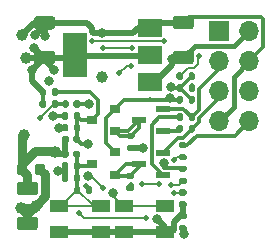
<source format=gbr>
%TF.GenerationSoftware,KiCad,Pcbnew,5.1.9*%
%TF.CreationDate,2021-01-20T22:59:12+01:00*%
%TF.ProjectId,wi-se-rpi,77692d73-652d-4727-9069-2e6b69636164,v0.1*%
%TF.SameCoordinates,Original*%
%TF.FileFunction,Copper,L4,Bot*%
%TF.FilePolarity,Positive*%
%FSLAX46Y46*%
G04 Gerber Fmt 4.6, Leading zero omitted, Abs format (unit mm)*
G04 Created by KiCad (PCBNEW 5.1.9) date 2021-01-20 22:59:12*
%MOMM*%
%LPD*%
G01*
G04 APERTURE LIST*
%TA.AperFunction,SMDPad,CuDef*%
%ADD10R,1.500000X1.000000*%
%TD*%
%TA.AperFunction,ComponentPad*%
%ADD11R,1.700000X1.700000*%
%TD*%
%TA.AperFunction,ComponentPad*%
%ADD12O,1.700000X1.700000*%
%TD*%
%TA.AperFunction,SMDPad,CuDef*%
%ADD13R,1.207999X0.568000*%
%TD*%
%TA.AperFunction,SMDPad,CuDef*%
%ADD14R,0.900000X0.800000*%
%TD*%
%TA.AperFunction,SMDPad,CuDef*%
%ADD15R,2.000000X3.800000*%
%TD*%
%TA.AperFunction,SMDPad,CuDef*%
%ADD16R,2.000000X1.500000*%
%TD*%
%TA.AperFunction,ViaPad*%
%ADD17C,0.800000*%
%TD*%
%TA.AperFunction,ViaPad*%
%ADD18C,1.000000*%
%TD*%
%TA.AperFunction,ViaPad*%
%ADD19C,0.500000*%
%TD*%
%TA.AperFunction,Conductor*%
%ADD20C,0.300000*%
%TD*%
%TA.AperFunction,Conductor*%
%ADD21C,0.500000*%
%TD*%
%TA.AperFunction,Conductor*%
%ADD22C,0.400000*%
%TD*%
%TA.AperFunction,Conductor*%
%ADD23C,0.200000*%
%TD*%
%TA.AperFunction,Conductor*%
%ADD24C,0.750000*%
%TD*%
G04 APERTURE END LIST*
D10*
%TO.P,SW2,1*%
%TO.N,BOOT0*%
X82725000Y-13050000D03*
%TO.P,SW2,2*%
%TO.N,GND*%
X82725000Y-15250000D03*
X86225000Y-15250000D03*
%TO.P,SW2,1*%
%TO.N,BOOT0*%
X86225000Y-13050000D03*
%TD*%
D11*
%TO.P,J1,1*%
%TO.N,Net-(J1-Pad1)*%
X90750000Y1750000D03*
D12*
%TO.P,J1,2*%
%TO.N,VCC*%
X93290000Y1750000D03*
%TO.P,J1,3*%
%TO.N,DTR*%
X90750000Y-790000D03*
%TO.P,J1,4*%
%TO.N,GND*%
X93290000Y-790000D03*
%TO.P,J1,5*%
%TO.N,RTS*%
X90750000Y-3330000D03*
%TO.P,J1,6*%
%TO.N,RXD*%
X93290000Y-3330000D03*
%TO.P,J1,7*%
%TO.N,GND*%
X90750000Y-5870000D03*
%TO.P,J1,8*%
%TO.N,TXD*%
X93290000Y-5870000D03*
%TD*%
%TO.P,C1,1*%
%TO.N,VCC*%
%TA.AperFunction,SMDPad,CuDef*%
G36*
G01*
X88400001Y-1025000D02*
X87099999Y-1025000D01*
G75*
G02*
X86850000Y-775001I0J249999D01*
G01*
X86850000Y-124999D01*
G75*
G02*
X87099999Y125000I249999J0D01*
G01*
X88400001Y125000D01*
G75*
G02*
X88650000Y-124999I0J-249999D01*
G01*
X88650000Y-775001D01*
G75*
G02*
X88400001Y-1025000I-249999J0D01*
G01*
G37*
%TD.AperFunction*%
%TO.P,C1,2*%
%TO.N,GND*%
%TA.AperFunction,SMDPad,CuDef*%
G36*
G01*
X88400001Y1925000D02*
X87099999Y1925000D01*
G75*
G02*
X86850000Y2174999I0J249999D01*
G01*
X86850000Y2825001D01*
G75*
G02*
X87099999Y3075000I249999J0D01*
G01*
X88400001Y3075000D01*
G75*
G02*
X88650000Y2825001I0J-249999D01*
G01*
X88650000Y2174999D01*
G75*
G02*
X88400001Y1925000I-249999J0D01*
G01*
G37*
%TD.AperFunction*%
%TD*%
%TO.P,C2,2*%
%TO.N,GND*%
%TA.AperFunction,SMDPad,CuDef*%
G36*
G01*
X76650001Y1900000D02*
X75349999Y1900000D01*
G75*
G02*
X75100000Y2149999I0J249999D01*
G01*
X75100000Y2800001D01*
G75*
G02*
X75349999Y3050000I249999J0D01*
G01*
X76650001Y3050000D01*
G75*
G02*
X76900000Y2800001I0J-249999D01*
G01*
X76900000Y2149999D01*
G75*
G02*
X76650001Y1900000I-249999J0D01*
G01*
G37*
%TD.AperFunction*%
%TO.P,C2,1*%
%TO.N,+3V3*%
%TA.AperFunction,SMDPad,CuDef*%
G36*
G01*
X76650001Y-1050000D02*
X75349999Y-1050000D01*
G75*
G02*
X75100000Y-800001I0J249999D01*
G01*
X75100000Y-149999D01*
G75*
G02*
X75349999Y100000I249999J0D01*
G01*
X76650001Y100000D01*
G75*
G02*
X76900000Y-149999I0J-249999D01*
G01*
X76900000Y-800001D01*
G75*
G02*
X76650001Y-1050000I-249999J0D01*
G01*
G37*
%TD.AperFunction*%
%TD*%
%TO.P,C5,1*%
%TO.N,+3V3*%
%TA.AperFunction,SMDPad,CuDef*%
G36*
G01*
X75200001Y-15075000D02*
X73899999Y-15075000D01*
G75*
G02*
X73650000Y-14825001I0J249999D01*
G01*
X73650000Y-14174999D01*
G75*
G02*
X73899999Y-13925000I249999J0D01*
G01*
X75200001Y-13925000D01*
G75*
G02*
X75450000Y-14174999I0J-249999D01*
G01*
X75450000Y-14825001D01*
G75*
G02*
X75200001Y-15075000I-249999J0D01*
G01*
G37*
%TD.AperFunction*%
%TO.P,C5,2*%
%TO.N,GND*%
%TA.AperFunction,SMDPad,CuDef*%
G36*
G01*
X75200001Y-12125000D02*
X73899999Y-12125000D01*
G75*
G02*
X73650000Y-11875001I0J249999D01*
G01*
X73650000Y-11224999D01*
G75*
G02*
X73899999Y-10975000I249999J0D01*
G01*
X75200001Y-10975000D01*
G75*
G02*
X75450000Y-11224999I0J-249999D01*
G01*
X75450000Y-11875001D01*
G75*
G02*
X75200001Y-12125000I-249999J0D01*
G01*
G37*
%TD.AperFunction*%
%TD*%
%TO.P,C6,1*%
%TO.N,+3V3*%
%TA.AperFunction,SMDPad,CuDef*%
G36*
G01*
X76075000Y-9700000D02*
X76075000Y-10200000D01*
G75*
G02*
X75850000Y-10425000I-225000J0D01*
G01*
X75400000Y-10425000D01*
G75*
G02*
X75175000Y-10200000I0J225000D01*
G01*
X75175000Y-9700000D01*
G75*
G02*
X75400000Y-9475000I225000J0D01*
G01*
X75850000Y-9475000D01*
G75*
G02*
X76075000Y-9700000I0J-225000D01*
G01*
G37*
%TD.AperFunction*%
%TO.P,C6,2*%
%TO.N,GND*%
%TA.AperFunction,SMDPad,CuDef*%
G36*
G01*
X74525000Y-9700000D02*
X74525000Y-10200000D01*
G75*
G02*
X74300000Y-10425000I-225000J0D01*
G01*
X73850000Y-10425000D01*
G75*
G02*
X73625000Y-10200000I0J225000D01*
G01*
X73625000Y-9700000D01*
G75*
G02*
X73850000Y-9475000I225000J0D01*
G01*
X74300000Y-9475000D01*
G75*
G02*
X74525000Y-9700000I0J-225000D01*
G01*
G37*
%TD.AperFunction*%
%TD*%
%TO.P,C7,1*%
%TO.N,BOOT0*%
%TA.AperFunction,SMDPad,CuDef*%
G36*
G01*
X79010000Y-7230000D02*
X79010000Y-7570000D01*
G75*
G02*
X78870000Y-7710000I-140000J0D01*
G01*
X78590000Y-7710000D01*
G75*
G02*
X78450000Y-7570000I0J140000D01*
G01*
X78450000Y-7230000D01*
G75*
G02*
X78590000Y-7090000I140000J0D01*
G01*
X78870000Y-7090000D01*
G75*
G02*
X79010000Y-7230000I0J-140000D01*
G01*
G37*
%TD.AperFunction*%
%TO.P,C7,2*%
%TO.N,GND*%
%TA.AperFunction,SMDPad,CuDef*%
G36*
G01*
X78050000Y-7230000D02*
X78050000Y-7570000D01*
G75*
G02*
X77910000Y-7710000I-140000J0D01*
G01*
X77630000Y-7710000D01*
G75*
G02*
X77490000Y-7570000I0J140000D01*
G01*
X77490000Y-7230000D01*
G75*
G02*
X77630000Y-7090000I140000J0D01*
G01*
X77910000Y-7090000D01*
G75*
G02*
X78050000Y-7230000I0J-140000D01*
G01*
G37*
%TD.AperFunction*%
%TD*%
%TO.P,C8,2*%
%TO.N,GND*%
%TA.AperFunction,SMDPad,CuDef*%
G36*
G01*
X78050000Y-8480000D02*
X78050000Y-8820000D01*
G75*
G02*
X77910000Y-8960000I-140000J0D01*
G01*
X77630000Y-8960000D01*
G75*
G02*
X77490000Y-8820000I0J140000D01*
G01*
X77490000Y-8480000D01*
G75*
G02*
X77630000Y-8340000I140000J0D01*
G01*
X77910000Y-8340000D01*
G75*
G02*
X78050000Y-8480000I0J-140000D01*
G01*
G37*
%TD.AperFunction*%
%TO.P,C8,1*%
%TO.N,EN*%
%TA.AperFunction,SMDPad,CuDef*%
G36*
G01*
X79010000Y-8480000D02*
X79010000Y-8820000D01*
G75*
G02*
X78870000Y-8960000I-140000J0D01*
G01*
X78590000Y-8960000D01*
G75*
G02*
X78450000Y-8820000I0J140000D01*
G01*
X78450000Y-8480000D01*
G75*
G02*
X78590000Y-8340000I140000J0D01*
G01*
X78870000Y-8340000D01*
G75*
G02*
X79010000Y-8480000I0J-140000D01*
G01*
G37*
%TD.AperFunction*%
%TD*%
%TO.P,C9,1*%
%TO.N,RST*%
%TA.AperFunction,SMDPad,CuDef*%
G36*
G01*
X77490000Y-4570000D02*
X77490000Y-4230000D01*
G75*
G02*
X77630000Y-4090000I140000J0D01*
G01*
X77910000Y-4090000D01*
G75*
G02*
X78050000Y-4230000I0J-140000D01*
G01*
X78050000Y-4570000D01*
G75*
G02*
X77910000Y-4710000I-140000J0D01*
G01*
X77630000Y-4710000D01*
G75*
G02*
X77490000Y-4570000I0J140000D01*
G01*
G37*
%TD.AperFunction*%
%TO.P,C9,2*%
%TO.N,GND*%
%TA.AperFunction,SMDPad,CuDef*%
G36*
G01*
X78450000Y-4570000D02*
X78450000Y-4230000D01*
G75*
G02*
X78590000Y-4090000I140000J0D01*
G01*
X78870000Y-4090000D01*
G75*
G02*
X79010000Y-4230000I0J-140000D01*
G01*
X79010000Y-4570000D01*
G75*
G02*
X78870000Y-4710000I-140000J0D01*
G01*
X78590000Y-4710000D01*
G75*
G02*
X78450000Y-4570000I0J140000D01*
G01*
G37*
%TD.AperFunction*%
%TD*%
D13*
%TO.P,Q1,1*%
%TO.N,RTS*%
X86020999Y-8549999D03*
%TO.P,Q1,2*%
%TO.N,Net-(Q1-Pad2)*%
X86020999Y-10450001D03*
%TO.P,Q1,3*%
%TO.N,Net-(Q1-Pad3)*%
X83979000Y-9500000D03*
%TD*%
%TO.P,Q2,3*%
%TO.N,Net-(Q2-Pad3)*%
X83979000Y-5750000D03*
%TO.P,Q2,2*%
%TO.N,Net-(Q2-Pad2)*%
X86020999Y-6700001D03*
%TO.P,Q2,1*%
%TO.N,DTR*%
X86020999Y-4799999D03*
%TD*%
D14*
%TO.P,Q3,1*%
%TO.N,FLASH_EN*%
X82000000Y-8500000D03*
%TO.P,Q3,2*%
%TO.N,Net-(Q1-Pad3)*%
X82000000Y-10400000D03*
%TO.P,Q3,3*%
%TO.N,EN*%
X80000000Y-9450000D03*
%TD*%
%TO.P,Q4,3*%
%TO.N,BOOT0*%
X80000000Y-5750000D03*
%TO.P,Q4,2*%
%TO.N,Net-(Q2-Pad3)*%
X82000000Y-6700000D03*
%TO.P,Q4,1*%
%TO.N,FLASH_EN*%
X82000000Y-4800000D03*
%TD*%
%TO.P,R1,1*%
%TO.N,GND*%
%TA.AperFunction,SMDPad,CuDef*%
G36*
G01*
X88730000Y-1865000D02*
X88730000Y-2235000D01*
G75*
G02*
X88595000Y-2370000I-135000J0D01*
G01*
X88325000Y-2370000D01*
G75*
G02*
X88190000Y-2235000I0J135000D01*
G01*
X88190000Y-1865000D01*
G75*
G02*
X88325000Y-1730000I135000J0D01*
G01*
X88595000Y-1730000D01*
G75*
G02*
X88730000Y-1865000I0J-135000D01*
G01*
G37*
%TD.AperFunction*%
%TO.P,R1,2*%
%TO.N,Net-(D1-Pad1)*%
%TA.AperFunction,SMDPad,CuDef*%
G36*
G01*
X87710000Y-1865000D02*
X87710000Y-2235000D01*
G75*
G02*
X87575000Y-2370000I-135000J0D01*
G01*
X87305000Y-2370000D01*
G75*
G02*
X87170000Y-2235000I0J135000D01*
G01*
X87170000Y-1865000D01*
G75*
G02*
X87305000Y-1730000I135000J0D01*
G01*
X87575000Y-1730000D01*
G75*
G02*
X87710000Y-1865000I0J-135000D01*
G01*
G37*
%TD.AperFunction*%
%TD*%
%TO.P,R2,1*%
%TO.N,GND*%
%TA.AperFunction,SMDPad,CuDef*%
G36*
G01*
X87170000Y-3235000D02*
X87170000Y-2865000D01*
G75*
G02*
X87305000Y-2730000I135000J0D01*
G01*
X87575000Y-2730000D01*
G75*
G02*
X87710000Y-2865000I0J-135000D01*
G01*
X87710000Y-3235000D01*
G75*
G02*
X87575000Y-3370000I-135000J0D01*
G01*
X87305000Y-3370000D01*
G75*
G02*
X87170000Y-3235000I0J135000D01*
G01*
G37*
%TD.AperFunction*%
%TO.P,R2,2*%
%TO.N,Net-(D2-Pad1)*%
%TA.AperFunction,SMDPad,CuDef*%
G36*
G01*
X88190000Y-3235000D02*
X88190000Y-2865000D01*
G75*
G02*
X88325000Y-2730000I135000J0D01*
G01*
X88595000Y-2730000D01*
G75*
G02*
X88730000Y-2865000I0J-135000D01*
G01*
X88730000Y-3235000D01*
G75*
G02*
X88595000Y-3370000I-135000J0D01*
G01*
X88325000Y-3370000D01*
G75*
G02*
X88190000Y-3235000I0J135000D01*
G01*
G37*
%TD.AperFunction*%
%TD*%
%TO.P,R3,1*%
%TO.N,GND*%
%TA.AperFunction,SMDPad,CuDef*%
G36*
G01*
X87515000Y-13620000D02*
X87885000Y-13620000D01*
G75*
G02*
X88020000Y-13755000I0J-135000D01*
G01*
X88020000Y-14025000D01*
G75*
G02*
X87885000Y-14160000I-135000J0D01*
G01*
X87515000Y-14160000D01*
G75*
G02*
X87380000Y-14025000I0J135000D01*
G01*
X87380000Y-13755000D01*
G75*
G02*
X87515000Y-13620000I135000J0D01*
G01*
G37*
%TD.AperFunction*%
%TO.P,R3,2*%
%TO.N,Net-(D3-Pad1)*%
%TA.AperFunction,SMDPad,CuDef*%
G36*
G01*
X87515000Y-14640000D02*
X87885000Y-14640000D01*
G75*
G02*
X88020000Y-14775000I0J-135000D01*
G01*
X88020000Y-15045000D01*
G75*
G02*
X87885000Y-15180000I-135000J0D01*
G01*
X87515000Y-15180000D01*
G75*
G02*
X87380000Y-15045000I0J135000D01*
G01*
X87380000Y-14775000D01*
G75*
G02*
X87515000Y-14640000I135000J0D01*
G01*
G37*
%TD.AperFunction*%
%TD*%
%TO.P,R4,2*%
%TO.N,Net-(D4-Pad1)*%
%TA.AperFunction,SMDPad,CuDef*%
G36*
G01*
X87885000Y-12160000D02*
X87515000Y-12160000D01*
G75*
G02*
X87380000Y-12025000I0J135000D01*
G01*
X87380000Y-11755000D01*
G75*
G02*
X87515000Y-11620000I135000J0D01*
G01*
X87885000Y-11620000D01*
G75*
G02*
X88020000Y-11755000I0J-135000D01*
G01*
X88020000Y-12025000D01*
G75*
G02*
X87885000Y-12160000I-135000J0D01*
G01*
G37*
%TD.AperFunction*%
%TO.P,R4,1*%
%TO.N,GND*%
%TA.AperFunction,SMDPad,CuDef*%
G36*
G01*
X87885000Y-13180000D02*
X87515000Y-13180000D01*
G75*
G02*
X87380000Y-13045000I0J135000D01*
G01*
X87380000Y-12775000D01*
G75*
G02*
X87515000Y-12640000I135000J0D01*
G01*
X87885000Y-12640000D01*
G75*
G02*
X88020000Y-12775000I0J-135000D01*
G01*
X88020000Y-13045000D01*
G75*
G02*
X87885000Y-13180000I-135000J0D01*
G01*
G37*
%TD.AperFunction*%
%TD*%
%TO.P,R5,2*%
%TO.N,BOOT0*%
%TA.AperFunction,SMDPad,CuDef*%
G36*
G01*
X76600000Y-3585000D02*
X76600000Y-3215000D01*
G75*
G02*
X76735000Y-3080000I135000J0D01*
G01*
X77005000Y-3080000D01*
G75*
G02*
X77140000Y-3215000I0J-135000D01*
G01*
X77140000Y-3585000D01*
G75*
G02*
X77005000Y-3720000I-135000J0D01*
G01*
X76735000Y-3720000D01*
G75*
G02*
X76600000Y-3585000I0J135000D01*
G01*
G37*
%TD.AperFunction*%
%TO.P,R5,1*%
%TO.N,+3V3*%
%TA.AperFunction,SMDPad,CuDef*%
G36*
G01*
X75580000Y-3585000D02*
X75580000Y-3215000D01*
G75*
G02*
X75715000Y-3080000I135000J0D01*
G01*
X75985000Y-3080000D01*
G75*
G02*
X76120000Y-3215000I0J-135000D01*
G01*
X76120000Y-3585000D01*
G75*
G02*
X75985000Y-3720000I-135000J0D01*
G01*
X75715000Y-3720000D01*
G75*
G02*
X75580000Y-3585000I0J135000D01*
G01*
G37*
%TD.AperFunction*%
%TD*%
%TO.P,R6,1*%
%TO.N,+3V3*%
%TA.AperFunction,SMDPad,CuDef*%
G36*
G01*
X77470000Y-10835000D02*
X77470000Y-10465000D01*
G75*
G02*
X77605000Y-10330000I135000J0D01*
G01*
X77875000Y-10330000D01*
G75*
G02*
X78010000Y-10465000I0J-135000D01*
G01*
X78010000Y-10835000D01*
G75*
G02*
X77875000Y-10970000I-135000J0D01*
G01*
X77605000Y-10970000D01*
G75*
G02*
X77470000Y-10835000I0J135000D01*
G01*
G37*
%TD.AperFunction*%
%TO.P,R6,2*%
%TO.N,EN*%
%TA.AperFunction,SMDPad,CuDef*%
G36*
G01*
X78490000Y-10835000D02*
X78490000Y-10465000D01*
G75*
G02*
X78625000Y-10330000I135000J0D01*
G01*
X78895000Y-10330000D01*
G75*
G02*
X79030000Y-10465000I0J-135000D01*
G01*
X79030000Y-10835000D01*
G75*
G02*
X78895000Y-10970000I-135000J0D01*
G01*
X78625000Y-10970000D01*
G75*
G02*
X78490000Y-10835000I0J135000D01*
G01*
G37*
%TD.AperFunction*%
%TD*%
%TO.P,R7,2*%
%TO.N,RST*%
%TA.AperFunction,SMDPad,CuDef*%
G36*
G01*
X76590000Y-4585000D02*
X76590000Y-4215000D01*
G75*
G02*
X76725000Y-4080000I135000J0D01*
G01*
X76995000Y-4080000D01*
G75*
G02*
X77130000Y-4215000I0J-135000D01*
G01*
X77130000Y-4585000D01*
G75*
G02*
X76995000Y-4720000I-135000J0D01*
G01*
X76725000Y-4720000D01*
G75*
G02*
X76590000Y-4585000I0J135000D01*
G01*
G37*
%TD.AperFunction*%
%TO.P,R7,1*%
%TO.N,+3V3*%
%TA.AperFunction,SMDPad,CuDef*%
G36*
G01*
X75570000Y-4585000D02*
X75570000Y-4215000D01*
G75*
G02*
X75705000Y-4080000I135000J0D01*
G01*
X75975000Y-4080000D01*
G75*
G02*
X76110000Y-4215000I0J-135000D01*
G01*
X76110000Y-4585000D01*
G75*
G02*
X75975000Y-4720000I-135000J0D01*
G01*
X75705000Y-4720000D01*
G75*
G02*
X75570000Y-4585000I0J135000D01*
G01*
G37*
%TD.AperFunction*%
%TD*%
%TO.P,R8,1*%
%TO.N,Net-(Q1-Pad2)*%
%TA.AperFunction,SMDPad,CuDef*%
G36*
G01*
X87170000Y-5685000D02*
X87170000Y-5315000D01*
G75*
G02*
X87305000Y-5180000I135000J0D01*
G01*
X87575000Y-5180000D01*
G75*
G02*
X87710000Y-5315000I0J-135000D01*
G01*
X87710000Y-5685000D01*
G75*
G02*
X87575000Y-5820000I-135000J0D01*
G01*
X87305000Y-5820000D01*
G75*
G02*
X87170000Y-5685000I0J135000D01*
G01*
G37*
%TD.AperFunction*%
%TO.P,R8,2*%
%TO.N,DTR*%
%TA.AperFunction,SMDPad,CuDef*%
G36*
G01*
X88190000Y-5685000D02*
X88190000Y-5315000D01*
G75*
G02*
X88325000Y-5180000I135000J0D01*
G01*
X88595000Y-5180000D01*
G75*
G02*
X88730000Y-5315000I0J-135000D01*
G01*
X88730000Y-5685000D01*
G75*
G02*
X88595000Y-5820000I-135000J0D01*
G01*
X88325000Y-5820000D01*
G75*
G02*
X88190000Y-5685000I0J135000D01*
G01*
G37*
%TD.AperFunction*%
%TD*%
%TO.P,R9,1*%
%TO.N,RTS*%
%TA.AperFunction,SMDPad,CuDef*%
G36*
G01*
X88730000Y-6315000D02*
X88730000Y-6685000D01*
G75*
G02*
X88595000Y-6820000I-135000J0D01*
G01*
X88325000Y-6820000D01*
G75*
G02*
X88190000Y-6685000I0J135000D01*
G01*
X88190000Y-6315000D01*
G75*
G02*
X88325000Y-6180000I135000J0D01*
G01*
X88595000Y-6180000D01*
G75*
G02*
X88730000Y-6315000I0J-135000D01*
G01*
G37*
%TD.AperFunction*%
%TO.P,R9,2*%
%TO.N,Net-(Q2-Pad2)*%
%TA.AperFunction,SMDPad,CuDef*%
G36*
G01*
X87710000Y-6315000D02*
X87710000Y-6685000D01*
G75*
G02*
X87575000Y-6820000I-135000J0D01*
G01*
X87305000Y-6820000D01*
G75*
G02*
X87170000Y-6685000I0J135000D01*
G01*
X87170000Y-6315000D01*
G75*
G02*
X87305000Y-6180000I135000J0D01*
G01*
X87575000Y-6180000D01*
G75*
G02*
X87710000Y-6315000I0J-135000D01*
G01*
G37*
%TD.AperFunction*%
%TD*%
%TO.P,R10,2*%
%TO.N,EN*%
%TA.AperFunction,SMDPad,CuDef*%
G36*
G01*
X79035000Y-11515000D02*
X79035000Y-11885000D01*
G75*
G02*
X78900000Y-12020000I-135000J0D01*
G01*
X78630000Y-12020000D01*
G75*
G02*
X78495000Y-11885000I0J135000D01*
G01*
X78495000Y-11515000D01*
G75*
G02*
X78630000Y-11380000I135000J0D01*
G01*
X78900000Y-11380000D01*
G75*
G02*
X79035000Y-11515000I0J-135000D01*
G01*
G37*
%TD.AperFunction*%
%TO.P,R10,1*%
%TO.N,Net-(R10-Pad1)*%
%TA.AperFunction,SMDPad,CuDef*%
G36*
G01*
X80055000Y-11515000D02*
X80055000Y-11885000D01*
G75*
G02*
X79920000Y-12020000I-135000J0D01*
G01*
X79650000Y-12020000D01*
G75*
G02*
X79515000Y-11885000I0J135000D01*
G01*
X79515000Y-11515000D01*
G75*
G02*
X79650000Y-11380000I135000J0D01*
G01*
X79920000Y-11380000D01*
G75*
G02*
X80055000Y-11515000I0J-135000D01*
G01*
G37*
%TD.AperFunction*%
%TD*%
%TO.P,R11,2*%
%TO.N,RXD*%
%TA.AperFunction,SMDPad,CuDef*%
G36*
G01*
X87885000Y-10160000D02*
X87515000Y-10160000D01*
G75*
G02*
X87380000Y-10025000I0J135000D01*
G01*
X87380000Y-9755000D01*
G75*
G02*
X87515000Y-9620000I135000J0D01*
G01*
X87885000Y-9620000D01*
G75*
G02*
X88020000Y-9755000I0J-135000D01*
G01*
X88020000Y-10025000D01*
G75*
G02*
X87885000Y-10160000I-135000J0D01*
G01*
G37*
%TD.AperFunction*%
%TO.P,R11,1*%
%TO.N,Net-(R11-Pad1)*%
%TA.AperFunction,SMDPad,CuDef*%
G36*
G01*
X87885000Y-11180000D02*
X87515000Y-11180000D01*
G75*
G02*
X87380000Y-11045000I0J135000D01*
G01*
X87380000Y-10775000D01*
G75*
G02*
X87515000Y-10640000I135000J0D01*
G01*
X87885000Y-10640000D01*
G75*
G02*
X88020000Y-10775000I0J-135000D01*
G01*
X88020000Y-11045000D01*
G75*
G02*
X87885000Y-11180000I-135000J0D01*
G01*
G37*
%TD.AperFunction*%
%TD*%
%TO.P,R12,1*%
%TO.N,Net-(R12-Pad1)*%
%TA.AperFunction,SMDPad,CuDef*%
G36*
G01*
X87885000Y-9180000D02*
X87515000Y-9180000D01*
G75*
G02*
X87380000Y-9045000I0J135000D01*
G01*
X87380000Y-8775000D01*
G75*
G02*
X87515000Y-8640000I135000J0D01*
G01*
X87885000Y-8640000D01*
G75*
G02*
X88020000Y-8775000I0J-135000D01*
G01*
X88020000Y-9045000D01*
G75*
G02*
X87885000Y-9180000I-135000J0D01*
G01*
G37*
%TD.AperFunction*%
%TO.P,R12,2*%
%TO.N,TXD*%
%TA.AperFunction,SMDPad,CuDef*%
G36*
G01*
X87885000Y-8160000D02*
X87515000Y-8160000D01*
G75*
G02*
X87380000Y-8025000I0J135000D01*
G01*
X87380000Y-7755000D01*
G75*
G02*
X87515000Y-7620000I135000J0D01*
G01*
X87885000Y-7620000D01*
G75*
G02*
X88020000Y-7755000I0J-135000D01*
G01*
X88020000Y-8025000D01*
G75*
G02*
X87885000Y-8160000I-135000J0D01*
G01*
G37*
%TD.AperFunction*%
%TD*%
%TO.P,R13,1*%
%TO.N,BOOT0*%
%TA.AperFunction,SMDPad,CuDef*%
G36*
G01*
X79030000Y-5215000D02*
X79030000Y-5585000D01*
G75*
G02*
X78895000Y-5720000I-135000J0D01*
G01*
X78625000Y-5720000D01*
G75*
G02*
X78490000Y-5585000I0J135000D01*
G01*
X78490000Y-5215000D01*
G75*
G02*
X78625000Y-5080000I135000J0D01*
G01*
X78895000Y-5080000D01*
G75*
G02*
X79030000Y-5215000I0J-135000D01*
G01*
G37*
%TD.AperFunction*%
%TO.P,R13,2*%
%TO.N,Net-(R13-Pad2)*%
%TA.AperFunction,SMDPad,CuDef*%
G36*
G01*
X78010000Y-5215000D02*
X78010000Y-5585000D01*
G75*
G02*
X77875000Y-5720000I-135000J0D01*
G01*
X77605000Y-5720000D01*
G75*
G02*
X77470000Y-5585000I0J135000D01*
G01*
X77470000Y-5215000D01*
G75*
G02*
X77605000Y-5080000I135000J0D01*
G01*
X77875000Y-5080000D01*
G75*
G02*
X78010000Y-5215000I0J-135000D01*
G01*
G37*
%TD.AperFunction*%
%TD*%
%TO.P,R14,2*%
%TO.N,+3V3*%
%TA.AperFunction,SMDPad,CuDef*%
G36*
G01*
X83065000Y-11240000D02*
X83435000Y-11240000D01*
G75*
G02*
X83570000Y-11375000I0J-135000D01*
G01*
X83570000Y-11645000D01*
G75*
G02*
X83435000Y-11780000I-135000J0D01*
G01*
X83065000Y-11780000D01*
G75*
G02*
X82930000Y-11645000I0J135000D01*
G01*
X82930000Y-11375000D01*
G75*
G02*
X83065000Y-11240000I135000J0D01*
G01*
G37*
%TD.AperFunction*%
%TO.P,R14,1*%
%TO.N,Net-(Q1-Pad3)*%
%TA.AperFunction,SMDPad,CuDef*%
G36*
G01*
X83065000Y-10220000D02*
X83435000Y-10220000D01*
G75*
G02*
X83570000Y-10355000I0J-135000D01*
G01*
X83570000Y-10625000D01*
G75*
G02*
X83435000Y-10760000I-135000J0D01*
G01*
X83065000Y-10760000D01*
G75*
G02*
X82930000Y-10625000I0J135000D01*
G01*
X82930000Y-10355000D01*
G75*
G02*
X83065000Y-10220000I135000J0D01*
G01*
G37*
%TD.AperFunction*%
%TD*%
%TO.P,R15,2*%
%TO.N,+3V3*%
%TA.AperFunction,SMDPad,CuDef*%
G36*
G01*
X83115000Y-7840000D02*
X83485000Y-7840000D01*
G75*
G02*
X83620000Y-7975000I0J-135000D01*
G01*
X83620000Y-8245000D01*
G75*
G02*
X83485000Y-8380000I-135000J0D01*
G01*
X83115000Y-8380000D01*
G75*
G02*
X82980000Y-8245000I0J135000D01*
G01*
X82980000Y-7975000D01*
G75*
G02*
X83115000Y-7840000I135000J0D01*
G01*
G37*
%TD.AperFunction*%
%TO.P,R15,1*%
%TO.N,Net-(Q2-Pad3)*%
%TA.AperFunction,SMDPad,CuDef*%
G36*
G01*
X83115000Y-6820000D02*
X83485000Y-6820000D01*
G75*
G02*
X83620000Y-6955000I0J-135000D01*
G01*
X83620000Y-7225000D01*
G75*
G02*
X83485000Y-7360000I-135000J0D01*
G01*
X83115000Y-7360000D01*
G75*
G02*
X82980000Y-7225000I0J135000D01*
G01*
X82980000Y-6955000D01*
G75*
G02*
X83115000Y-6820000I135000J0D01*
G01*
G37*
%TD.AperFunction*%
%TD*%
%TO.P,R16,2*%
%TO.N,+3V3*%
%TA.AperFunction,SMDPad,CuDef*%
G36*
G01*
X78010000Y-9465000D02*
X78010000Y-9835000D01*
G75*
G02*
X77875000Y-9970000I-135000J0D01*
G01*
X77605000Y-9970000D01*
G75*
G02*
X77470000Y-9835000I0J135000D01*
G01*
X77470000Y-9465000D01*
G75*
G02*
X77605000Y-9330000I135000J0D01*
G01*
X77875000Y-9330000D01*
G75*
G02*
X78010000Y-9465000I0J-135000D01*
G01*
G37*
%TD.AperFunction*%
%TO.P,R16,1*%
%TO.N,EN*%
%TA.AperFunction,SMDPad,CuDef*%
G36*
G01*
X79030000Y-9465000D02*
X79030000Y-9835000D01*
G75*
G02*
X78895000Y-9970000I-135000J0D01*
G01*
X78625000Y-9970000D01*
G75*
G02*
X78490000Y-9835000I0J135000D01*
G01*
X78490000Y-9465000D01*
G75*
G02*
X78625000Y-9330000I135000J0D01*
G01*
X78895000Y-9330000D01*
G75*
G02*
X79030000Y-9465000I0J-135000D01*
G01*
G37*
%TD.AperFunction*%
%TD*%
%TO.P,R17,1*%
%TO.N,BOOT0*%
%TA.AperFunction,SMDPad,CuDef*%
G36*
G01*
X79030000Y-6215000D02*
X79030000Y-6585000D01*
G75*
G02*
X78895000Y-6720000I-135000J0D01*
G01*
X78625000Y-6720000D01*
G75*
G02*
X78490000Y-6585000I0J135000D01*
G01*
X78490000Y-6215000D01*
G75*
G02*
X78625000Y-6080000I135000J0D01*
G01*
X78895000Y-6080000D01*
G75*
G02*
X79030000Y-6215000I0J-135000D01*
G01*
G37*
%TD.AperFunction*%
%TO.P,R17,2*%
%TO.N,+3V3*%
%TA.AperFunction,SMDPad,CuDef*%
G36*
G01*
X78010000Y-6215000D02*
X78010000Y-6585000D01*
G75*
G02*
X77875000Y-6720000I-135000J0D01*
G01*
X77605000Y-6720000D01*
G75*
G02*
X77470000Y-6585000I0J135000D01*
G01*
X77470000Y-6215000D01*
G75*
G02*
X77605000Y-6080000I135000J0D01*
G01*
X77875000Y-6080000D01*
G75*
G02*
X78010000Y-6215000I0J-135000D01*
G01*
G37*
%TD.AperFunction*%
%TD*%
%TO.P,R18,2*%
%TO.N,FLASH_EN*%
%TA.AperFunction,SMDPad,CuDef*%
G36*
G01*
X87710000Y-3865000D02*
X87710000Y-4235000D01*
G75*
G02*
X87575000Y-4370000I-135000J0D01*
G01*
X87305000Y-4370000D01*
G75*
G02*
X87170000Y-4235000I0J135000D01*
G01*
X87170000Y-3865000D01*
G75*
G02*
X87305000Y-3730000I135000J0D01*
G01*
X87575000Y-3730000D01*
G75*
G02*
X87710000Y-3865000I0J-135000D01*
G01*
G37*
%TD.AperFunction*%
%TO.P,R18,1*%
%TO.N,GND*%
%TA.AperFunction,SMDPad,CuDef*%
G36*
G01*
X88730000Y-3865000D02*
X88730000Y-4235000D01*
G75*
G02*
X88595000Y-4370000I-135000J0D01*
G01*
X88325000Y-4370000D01*
G75*
G02*
X88190000Y-4235000I0J135000D01*
G01*
X88190000Y-3865000D01*
G75*
G02*
X88325000Y-3730000I135000J0D01*
G01*
X88595000Y-3730000D01*
G75*
G02*
X88730000Y-3865000I0J-135000D01*
G01*
G37*
%TD.AperFunction*%
%TD*%
D15*
%TO.P,U1,2*%
%TO.N,+3V3*%
X78600000Y-250000D03*
D16*
X84900000Y-250000D03*
%TO.P,U1,3*%
%TO.N,VCC*%
X84900000Y-2550000D03*
%TO.P,U1,1*%
%TO.N,GND*%
X84900000Y2050000D03*
%TD*%
D10*
%TO.P,SW1,1*%
%TO.N,GND*%
X77250000Y-15250000D03*
%TO.P,SW1,2*%
%TO.N,EN*%
X77250000Y-13050000D03*
X80750000Y-13050000D03*
%TO.P,SW1,1*%
%TO.N,GND*%
X80750000Y-15250000D03*
%TD*%
D17*
%TO.N,VCC*%
X86750002Y-550000D03*
D18*
%TO.N,GND*%
X80900000Y-2150000D03*
D17*
X79750000Y-4400000D03*
D18*
X74050000Y1450000D03*
D17*
X75150000Y1450000D03*
X76050000Y1400000D03*
X80856598Y1625742D03*
X86714711Y-2922596D03*
X76340000Y-2440000D03*
D18*
X74225000Y-7000000D03*
X76893958Y-8456042D03*
D17*
X85533828Y-14150000D03*
%TO.N,+3V3*%
X77200000Y-6450000D03*
X77150000Y-10100000D03*
D18*
X74400000Y-500000D03*
D17*
X76800000Y-1500000D03*
X74900000Y-1550000D03*
X75100000Y350000D03*
D19*
X83339712Y-11239712D03*
D17*
X84299989Y-8100000D03*
D18*
X74025000Y-13175000D03*
X75245872Y-12995872D03*
D17*
%TO.N,BOOT0*%
X79700000Y-7750000D03*
X81833867Y-11922064D03*
D19*
%TO.N,RST*%
X75600000Y-5550000D03*
%TO.N,LED_WIFI*%
X86150002Y906318D03*
X80050002Y951787D03*
%TO.N,Net-(D1-Pad1)*%
X89105407Y-322189D03*
%TO.N,Net-(D2-Pad1)*%
X88500000Y-2850000D03*
%TO.N,LED_STATUS*%
X83374265Y343749D03*
X80950000Y350000D03*
D17*
%TO.N,Net-(D3-Pad1)*%
X87800000Y-15375000D03*
D19*
%TO.N,Net-(D4-Pad1)*%
X86923338Y-11912133D03*
%TO.N,LED_RX*%
X84224655Y-11132588D03*
X85650000Y-11184003D03*
D17*
%TO.N,RXD*%
X86100000Y-9434001D03*
D19*
%TO.N,Net-(R10-Pad1)*%
X79469866Y-11318255D03*
%TO.N,Net-(R11-Pad1)*%
X83300000Y-1150000D03*
X82311091Y-1788909D03*
X86742232Y-11235965D03*
%TO.N,Net-(R12-Pad1)*%
X86948447Y-9146861D03*
D17*
%TO.N,Net-(R13-Pad2)*%
X76750000Y-5450000D03*
X79700000Y-10500000D03*
D19*
X80950000Y-11525000D03*
X78907659Y-13607659D03*
X84550000Y-14025000D03*
D17*
%TO.N,FLASH_EN*%
X86600000Y-3915997D03*
%TD*%
D20*
%TO.N,VCC*%
X87650000Y-550000D02*
X87750000Y-450000D01*
X86750002Y-550000D02*
X87650000Y-550000D01*
D21*
X85315687Y-2550000D02*
X84900000Y-2550000D01*
X86750002Y-1115685D02*
X85315687Y-2550000D01*
X86750002Y-550000D02*
X86750002Y-1115685D01*
D22*
X93290000Y1750000D02*
X92039999Y499999D01*
X88699999Y499999D02*
X87750000Y-450000D01*
X92039999Y499999D02*
X88699999Y499999D01*
%TO.N,GND*%
X92000001Y-4619999D02*
X90750000Y-5870000D01*
X92000001Y-2079999D02*
X92000001Y-4619999D01*
X93290000Y-790000D02*
X92000001Y-2079999D01*
D20*
X79750000Y-4400000D02*
X78730000Y-4400000D01*
D21*
X85350000Y2500000D02*
X84900000Y2050000D01*
X87750000Y2500000D02*
X85350000Y2500000D01*
X84900000Y2050000D02*
X83900000Y2050000D01*
X83900000Y2050000D02*
X83500000Y1650000D01*
X80100000Y1650000D02*
X80050001Y1699999D01*
X79585002Y2475000D02*
X76000000Y2475000D01*
X80050001Y2010001D02*
X79585002Y2475000D01*
X80050001Y1699999D02*
X80050001Y2010001D01*
D23*
X87440000Y-3050000D02*
X88440000Y-4050000D01*
D21*
X77770000Y-8650000D02*
X77770000Y-7400000D01*
X77229336Y-8650000D02*
X76964668Y-8385332D01*
X77770000Y-8650000D02*
X77229336Y-8650000D01*
X75075000Y2475000D02*
X74050000Y1450000D01*
X76000000Y2475000D02*
X75075000Y2475000D01*
X76000000Y2300000D02*
X75150000Y1450000D01*
X76000000Y2475000D02*
X76000000Y2300000D01*
X76000000Y1450000D02*
X76050000Y1400000D01*
X76000000Y2475000D02*
X76000000Y1450000D01*
X80880856Y1650000D02*
X80856598Y1625742D01*
X81250000Y1650000D02*
X80880856Y1650000D01*
X83500000Y1650000D02*
X81250000Y1650000D01*
X81250000Y1650000D02*
X80100000Y1650000D01*
D20*
X88445908Y-2050000D02*
X88460000Y-2050000D01*
X87445908Y-3050000D02*
X88445908Y-2050000D01*
X87440000Y-3050000D02*
X87445908Y-3050000D01*
X88445908Y-4050000D02*
X88460000Y-4050000D01*
X87775898Y-3379990D02*
X88445908Y-4050000D01*
X87769990Y-3379990D02*
X87775898Y-3379990D01*
X87440000Y-3050000D02*
X87769990Y-3379990D01*
X86842115Y-3050000D02*
X86714711Y-2922596D01*
X87440000Y-3050000D02*
X86842115Y-3050000D01*
X94349999Y2950001D02*
X88200001Y2950001D01*
X93290000Y-790000D02*
X94490001Y410001D01*
X88200001Y2950001D02*
X87750000Y2500000D01*
X94490001Y2809999D02*
X94349999Y2950001D01*
X94490001Y410001D02*
X94490001Y2809999D01*
D24*
X74550000Y-10425000D02*
X74075000Y-9950000D01*
X74550000Y-11550000D02*
X74550000Y-10425000D01*
X75164668Y-8385332D02*
X76964668Y-8385332D01*
X74075000Y-9475000D02*
X75164668Y-8385332D01*
X74075000Y-9950000D02*
X74075000Y-9475000D01*
X74075000Y-7150000D02*
X74225000Y-7000000D01*
X74075000Y-9950000D02*
X74075000Y-7150000D01*
X76964668Y-8385332D02*
X76893958Y-8456042D01*
D20*
X87700000Y-13890000D02*
X87700000Y-13700000D01*
X87700000Y-13700000D02*
X87700000Y-12910000D01*
D21*
X77250000Y-15250000D02*
X80750000Y-15250000D01*
X80750000Y-15250000D02*
X82725000Y-15250000D01*
X82725000Y-15250000D02*
X86225000Y-15250000D01*
X87700000Y-13635002D02*
X87700000Y-12910000D01*
X86929990Y-14405012D02*
X87700000Y-13635002D01*
X86929990Y-15045010D02*
X86929990Y-14405012D01*
X86725000Y-15250000D02*
X86929990Y-15045010D01*
X86225000Y-15250000D02*
X86725000Y-15250000D01*
X86225000Y-14841172D02*
X85533828Y-14150000D01*
X86225000Y-15250000D02*
X86225000Y-14841172D01*
D20*
%TO.N,+3V3*%
X75850000Y-4390000D02*
X75840000Y-4400000D01*
X75850000Y-3400000D02*
X75850000Y-4390000D01*
X77740000Y-6400000D02*
X77740000Y-6340000D01*
D21*
X83908001Y-356251D02*
X78706251Y-356251D01*
X78706251Y-356251D02*
X78600000Y-250000D01*
X84014252Y-250000D02*
X83908001Y-356251D01*
X84900000Y-250000D02*
X84014252Y-250000D01*
X78375000Y-475000D02*
X78600000Y-250000D01*
X76000000Y-475000D02*
X78375000Y-475000D01*
X77250000Y-6400000D02*
X77200000Y-6450000D01*
X77740000Y-6400000D02*
X77250000Y-6400000D01*
X77190000Y-10060000D02*
X77150000Y-10100000D01*
X77740000Y-10060000D02*
X77190000Y-10060000D01*
X77740000Y-9650000D02*
X77740000Y-10060000D01*
X77740000Y-10060000D02*
X77740000Y-10650000D01*
X74425000Y-475000D02*
X74400000Y-500000D01*
X76000000Y-475000D02*
X74425000Y-475000D01*
X76000000Y-475000D02*
X76000000Y-700000D01*
X76000000Y-700000D02*
X76800000Y-1500000D01*
X75975000Y-475000D02*
X74900000Y-1550000D01*
X76000000Y-475000D02*
X75975000Y-475000D01*
X75925000Y-475000D02*
X75100000Y350000D01*
X76000000Y-475000D02*
X75925000Y-475000D01*
D23*
X83250000Y-11300000D02*
X83450000Y-11100000D01*
X83250000Y-11510000D02*
X83250000Y-11300000D01*
D21*
X84289989Y-8110000D02*
X84299989Y-8100000D01*
X83300000Y-8110000D02*
X84289989Y-8110000D01*
X74900000Y-2450000D02*
X75850000Y-3400000D01*
X74900000Y-1550000D02*
X74900000Y-2450000D01*
D24*
X76025010Y-10350010D02*
X75625000Y-9950000D01*
X76025010Y-12216734D02*
X76025010Y-10350010D01*
X74550000Y-14500000D02*
X74550000Y-13691744D01*
X74550000Y-13700000D02*
X74025000Y-13175000D01*
X74550000Y-14500000D02*
X74550000Y-13700000D01*
X75066744Y-13175000D02*
X75245872Y-12995872D01*
X74025000Y-13175000D02*
X75066744Y-13175000D01*
X75245872Y-12995872D02*
X76025010Y-12216734D01*
X74550000Y-13691744D02*
X75245872Y-12995872D01*
D20*
%TO.N,EN*%
X78730000Y-11620000D02*
X78760000Y-11650000D01*
X78730000Y-8650000D02*
X78730000Y-11620000D01*
X79800000Y-9650000D02*
X80000000Y-9450000D01*
X78760000Y-9650000D02*
X79800000Y-9650000D01*
D23*
X77250000Y-13050000D02*
X80750000Y-13050000D01*
X80165000Y-13050000D02*
X78765000Y-11650000D01*
X80750000Y-13050000D02*
X80165000Y-13050000D01*
X77365000Y-13050000D02*
X78765000Y-11650000D01*
X77250000Y-13050000D02*
X77365000Y-13050000D01*
D20*
%TO.N,BOOT0*%
X79110000Y-5750000D02*
X78760000Y-5400000D01*
X80000000Y-5750000D02*
X79110000Y-5750000D01*
X78760000Y-7370000D02*
X78730000Y-7400000D01*
X78760000Y-5400000D02*
X78760000Y-7370000D01*
X79860002Y-3400000D02*
X76870000Y-3400000D01*
X80500001Y-4039999D02*
X79860002Y-3400000D01*
X80500001Y-5249999D02*
X80500001Y-4039999D01*
X80000000Y-5750000D02*
X80500001Y-5249999D01*
X79080000Y-7750000D02*
X78730000Y-7400000D01*
X79700000Y-7750000D02*
X79080000Y-7750000D01*
D23*
X81833867Y-12158867D02*
X82725000Y-13050000D01*
X81833867Y-11922064D02*
X81833867Y-12158867D01*
X82725000Y-13050000D02*
X86225000Y-13050000D01*
D20*
%TO.N,RST*%
X77770000Y-4400000D02*
X76860000Y-4400000D01*
D23*
X76805198Y-4400000D02*
X76860000Y-4400000D01*
X75655198Y-5550000D02*
X76805198Y-4400000D01*
X75600000Y-5550000D02*
X75655198Y-5550000D01*
%TO.N,LED_WIFI*%
X80095471Y906318D02*
X80050002Y951787D01*
X86150002Y906318D02*
X80095471Y906318D01*
%TO.N,Net-(D1-Pad1)*%
X88950010Y-1002824D02*
X88950010Y-300000D01*
X88627824Y-1325010D02*
X88950010Y-1002824D01*
X88164990Y-1325010D02*
X88627824Y-1325010D01*
X87440000Y-2050000D02*
X88164990Y-1325010D01*
%TO.N,Net-(D2-Pad1)*%
X88460000Y-2890000D02*
X88500000Y-2850000D01*
X88460000Y-3050000D02*
X88460000Y-2890000D01*
%TO.N,LED_STATUS*%
X83374265Y343749D02*
X82000000Y343749D01*
X81993749Y350000D02*
X82000000Y343749D01*
X80950000Y350000D02*
X81993749Y350000D01*
D20*
%TO.N,Net-(D3-Pad1)*%
X87800000Y-15010000D02*
X87700000Y-14910000D01*
X87800000Y-15375000D02*
X87800000Y-15010000D01*
D23*
%TO.N,Net-(D4-Pad1)*%
X87677867Y-11912133D02*
X87700000Y-11890000D01*
X86923338Y-11912133D02*
X87677867Y-11912133D01*
%TO.N,LED_RX*%
X85598585Y-11132588D02*
X85650000Y-11184003D01*
X84224655Y-11132588D02*
X85598585Y-11132588D01*
D20*
%TO.N,TXD*%
X88075908Y-7890000D02*
X87700000Y-7890000D01*
X88895907Y-7070001D02*
X88075908Y-7890000D01*
X92089999Y-7070001D02*
X88895907Y-7070001D01*
X93290000Y-5870000D02*
X92089999Y-7070001D01*
%TO.N,RXD*%
X87700000Y-9890000D02*
X87610000Y-9890000D01*
X87610000Y-9890000D02*
X87520000Y-9800000D01*
X86150000Y-9816000D02*
X86150000Y-9484001D01*
X86150000Y-9484001D02*
X86100000Y-9434001D01*
X87626000Y-9816000D02*
X86150000Y-9816000D01*
X87700000Y-9890000D02*
X87626000Y-9816000D01*
%TO.N,DTR*%
X87759999Y-4799999D02*
X86020999Y-4799999D01*
X88460000Y-5500000D02*
X87759999Y-4799999D01*
X89080010Y-4879990D02*
X88460000Y-5500000D01*
X90750000Y-1473028D02*
X89080010Y-3143018D01*
X89080010Y-3143018D02*
X89080010Y-4879990D01*
X90750000Y-790000D02*
X90750000Y-1473028D01*
%TO.N,RTS*%
X88465908Y-6500000D02*
X88460000Y-6500000D01*
X89080010Y-5885898D02*
X88465908Y-6500000D01*
X89080010Y-5587110D02*
X89080010Y-5885898D01*
X90750000Y-3917120D02*
X89080010Y-5587110D01*
X90750000Y-3330000D02*
X90750000Y-3917120D01*
X87690010Y-7269990D02*
X87301008Y-7269990D01*
X87301008Y-7269990D02*
X86020999Y-8549999D01*
X88460000Y-6500000D02*
X87690010Y-7269990D01*
D23*
%TO.N,Net-(R10-Pad1)*%
X79469866Y-11334866D02*
X79785000Y-11650000D01*
X79469866Y-11318255D02*
X79469866Y-11334866D01*
%TO.N,Net-(R11-Pad1)*%
X82950000Y-1150000D02*
X82311091Y-1788909D01*
X83300000Y-1150000D02*
X82950000Y-1150000D01*
X87374035Y-11235965D02*
X87700000Y-10910000D01*
X86742232Y-11235965D02*
X87374035Y-11235965D01*
%TO.N,Net-(R12-Pad1)*%
X87185308Y-8910000D02*
X86948447Y-9146861D01*
X87700000Y-8910000D02*
X87185308Y-8910000D01*
D20*
%TO.N,Net-(R13-Pad2)*%
X77690000Y-5450000D02*
X77740000Y-5400000D01*
X76750000Y-5450000D02*
X77690000Y-5450000D01*
D23*
X79925000Y-10500000D02*
X80950000Y-11525000D01*
X79700000Y-10500000D02*
X79925000Y-10500000D01*
X79325000Y-14025000D02*
X84550000Y-14025000D01*
X78907659Y-13607659D02*
X79325000Y-14025000D01*
D20*
%TO.N,FLASH_EN*%
X81199999Y-5600001D02*
X82000000Y-4800000D01*
X81199999Y-7699999D02*
X81199999Y-5600001D01*
X82000000Y-8500000D02*
X81199999Y-7699999D01*
X82750000Y-4050000D02*
X82000000Y-4800000D01*
X87440000Y-4050000D02*
X82750000Y-4050000D01*
X84976512Y-4050000D02*
X84921907Y-3995395D01*
X87440000Y-4050000D02*
X84976512Y-4050000D01*
%TO.N,Net-(Q1-Pad2)*%
X85066999Y-9496001D02*
X86020999Y-10450001D01*
X85066999Y-6136000D02*
X85066999Y-9496001D01*
X85702999Y-5500000D02*
X85066999Y-6136000D01*
X87440000Y-5500000D02*
X85702999Y-5500000D01*
%TO.N,Net-(Q1-Pad3)*%
X83979000Y-9761000D02*
X83250000Y-10490000D01*
X83979000Y-9500000D02*
X83979000Y-9761000D01*
X82090000Y-10490000D02*
X82000000Y-10400000D01*
X83250000Y-10490000D02*
X82090000Y-10490000D01*
X82900000Y-9500000D02*
X82000000Y-10400000D01*
X83979000Y-9500000D02*
X82900000Y-9500000D01*
%TO.N,Net-(Q2-Pad3)*%
X83979000Y-6411000D02*
X83300000Y-7090000D01*
X83979000Y-5750000D02*
X83979000Y-6411000D01*
X82390000Y-7090000D02*
X82000000Y-6700000D01*
X83300000Y-7090000D02*
X82390000Y-7090000D01*
X83029000Y-6700000D02*
X83979000Y-5750000D01*
X82000000Y-6700000D02*
X83029000Y-6700000D01*
%TO.N,Net-(Q2-Pad2)*%
X86020999Y-6700001D02*
X87239999Y-6700001D01*
X87239999Y-6700001D02*
X87440000Y-6500000D01*
%TD*%
M02*

</source>
